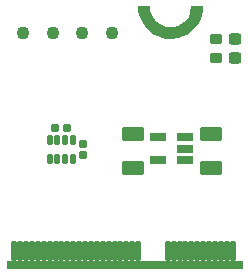
<source format=gbr>
%TF.GenerationSoftware,KiCad,Pcbnew,9.0.0*%
%TF.CreationDate,2025-05-23T15:58:18+04:00*%
%TF.ProjectId,02_02_sensor_barometer_DPS310XTSA1,30325f30-325f-4736-956e-736f725f6261,rev?*%
%TF.SameCoordinates,Original*%
%TF.FileFunction,Soldermask,Top*%
%TF.FilePolarity,Negative*%
%FSLAX46Y46*%
G04 Gerber Fmt 4.6, Leading zero omitted, Abs format (unit mm)*
G04 Created by KiCad (PCBNEW 9.0.0) date 2025-05-23 15:58:18*
%MOMM*%
%LPD*%
G01*
G04 APERTURE LIST*
G04 Aperture macros list*
%AMRoundRect*
0 Rectangle with rounded corners*
0 $1 Rounding radius*
0 $2 $3 $4 $5 $6 $7 $8 $9 X,Y pos of 4 corners*
0 Add a 4 corners polygon primitive as box body*
4,1,4,$2,$3,$4,$5,$6,$7,$8,$9,$2,$3,0*
0 Add four circle primitives for the rounded corners*
1,1,$1+$1,$2,$3*
1,1,$1+$1,$4,$5*
1,1,$1+$1,$6,$7*
1,1,$1+$1,$8,$9*
0 Add four rect primitives between the rounded corners*
20,1,$1+$1,$2,$3,$4,$5,0*
20,1,$1+$1,$4,$5,$6,$7,0*
20,1,$1+$1,$6,$7,$8,$9,0*
20,1,$1+$1,$8,$9,$2,$3,0*%
G04 Aperture macros list end*
%ADD10C,0.100000*%
%ADD11C,0.000000*%
%ADD12RoundRect,0.101600X0.175000X0.725000X-0.175000X0.725000X-0.175000X-0.725000X0.175000X-0.725000X0*%
%ADD13C,0.657200*%
%ADD14RoundRect,0.243750X-0.281250X0.243750X-0.281250X-0.243750X0.281250X-0.243750X0.281250X0.243750X0*%
%ADD15C,1.100000*%
%ADD16RoundRect,0.271739X0.678261X-0.353261X0.678261X0.353261X-0.678261X0.353261X-0.678261X-0.353261X0*%
%ADD17RoundRect,0.225000X-0.300000X0.225000X-0.300000X-0.225000X0.300000X-0.225000X0.300000X0.225000X0*%
%ADD18RoundRect,0.165000X-0.195000X0.165000X-0.195000X-0.165000X0.195000X-0.165000X0.195000X0.165000X0*%
%ADD19RoundRect,0.050000X0.600000X-0.300000X0.600000X0.300000X-0.600000X0.300000X-0.600000X-0.300000X0*%
%ADD20RoundRect,0.050000X-0.175260X0.350012X-0.175260X-0.350012X0.175260X-0.350012X0.175260X0.350012X0*%
%ADD21RoundRect,0.165000X-0.165000X-0.195000X0.165000X-0.195000X0.165000X0.195000X-0.165000X0.195000X0*%
G04 APERTURE END LIST*
D10*
X138600000Y-113900000D02*
X158500000Y-113900000D01*
X158500000Y-114500000D01*
X138600000Y-114500000D01*
X138600000Y-113900000D01*
G36*
X138600000Y-113900000D02*
G01*
X158500000Y-113900000D01*
X158500000Y-114500000D01*
X138600000Y-114500000D01*
X138600000Y-113900000D01*
G37*
D11*
%TO.C,J1*%
G36*
X150777686Y-92669501D02*
G01*
X150856638Y-92964152D01*
X150985556Y-93240617D01*
X151160522Y-93490495D01*
X151376222Y-93706195D01*
X151626100Y-93881161D01*
X151902565Y-94010079D01*
X152197216Y-94089031D01*
X152501100Y-94115617D01*
X152804984Y-94089031D01*
X153099635Y-94010079D01*
X153376100Y-93881161D01*
X153625978Y-93706195D01*
X153841678Y-93490495D01*
X154016644Y-93240617D01*
X154145562Y-92964152D01*
X154251100Y-92365617D01*
X155251100Y-92365617D01*
X155227573Y-92724564D01*
X155157396Y-93077369D01*
X155041769Y-93417996D01*
X154882670Y-93740617D01*
X154682822Y-94039711D01*
X154445644Y-94310161D01*
X154175194Y-94547339D01*
X153876100Y-94747187D01*
X153553479Y-94906286D01*
X153212852Y-95021913D01*
X152501100Y-95115617D01*
X152142153Y-95092090D01*
X151789348Y-95021913D01*
X151448721Y-94906286D01*
X151126100Y-94747187D01*
X150827006Y-94547339D01*
X150556556Y-94310161D01*
X150319378Y-94039711D01*
X150119530Y-93740617D01*
X149960431Y-93417996D01*
X149844804Y-93077369D01*
X149774627Y-92724564D01*
X149751100Y-92365617D01*
X150751100Y-92365617D01*
X150777686Y-92669501D01*
G37*
%TD*%
D12*
%TO.C,J1*%
X157751100Y-113090617D03*
X157251100Y-113090617D03*
X156751100Y-113090617D03*
X156251100Y-113090617D03*
X155751100Y-113090617D03*
X155251100Y-113090617D03*
X154751100Y-113090617D03*
X154251100Y-113090617D03*
X153751100Y-113090617D03*
X153251100Y-113090617D03*
X152751100Y-113090617D03*
X152251100Y-113090617D03*
X149751100Y-113090617D03*
X149251100Y-113090617D03*
X148751100Y-113090617D03*
X148251100Y-113090617D03*
X147751100Y-113090617D03*
X147251100Y-113090617D03*
X146751100Y-113090617D03*
X146251100Y-113090617D03*
X145751100Y-113090617D03*
X145251100Y-113090617D03*
X144751100Y-113090617D03*
X144251100Y-113090617D03*
X143751100Y-113090617D03*
X143251100Y-113090617D03*
X142751100Y-113090617D03*
X142251100Y-113090617D03*
X141751100Y-113090617D03*
X141251100Y-113090617D03*
X140751100Y-113090617D03*
X140251100Y-113090617D03*
X139751100Y-113090617D03*
X139251100Y-113090617D03*
D13*
X150401100Y-93365617D03*
X152501100Y-94665617D03*
X154601100Y-93365617D03*
%TD*%
D14*
%TO.C,D1*%
X157975000Y-95150000D03*
X157975000Y-96725000D03*
%TD*%
D15*
%TO.C,CS1*%
X140000000Y-94600000D03*
%TD*%
D16*
%TO.C,C3*%
X155900000Y-106075000D03*
X155900000Y-103125000D03*
%TD*%
%TO.C,C4*%
X149300000Y-106075000D03*
X149300000Y-103125000D03*
%TD*%
D17*
%TO.C,R1*%
X156300000Y-95100000D03*
X156300000Y-96750000D03*
%TD*%
D15*
%TO.C,MISO1*%
X147500000Y-94600000D03*
%TD*%
D18*
%TO.C,C2*%
X145110643Y-104020102D03*
X145110643Y-104980102D03*
%TD*%
D15*
%TO.C,MOSI1*%
X142500000Y-94600000D03*
%TD*%
D19*
%TO.C,U2*%
X153700000Y-105349962D03*
X153700000Y-104400000D03*
X153700000Y-103450038D03*
X151400026Y-103450038D03*
X151400026Y-105349962D03*
%TD*%
D20*
%TO.C,U3*%
X144210643Y-105300204D03*
X143560402Y-105300204D03*
X142900000Y-105300204D03*
X142249759Y-105300204D03*
X142249759Y-103700000D03*
X142900000Y-103700000D03*
X143560402Y-103700000D03*
X144210643Y-103700000D03*
%TD*%
D21*
%TO.C,C1*%
X142730643Y-102700102D03*
X143690643Y-102700102D03*
%TD*%
D15*
%TO.C,SCK1*%
X145000000Y-94600000D03*
%TD*%
M02*

</source>
